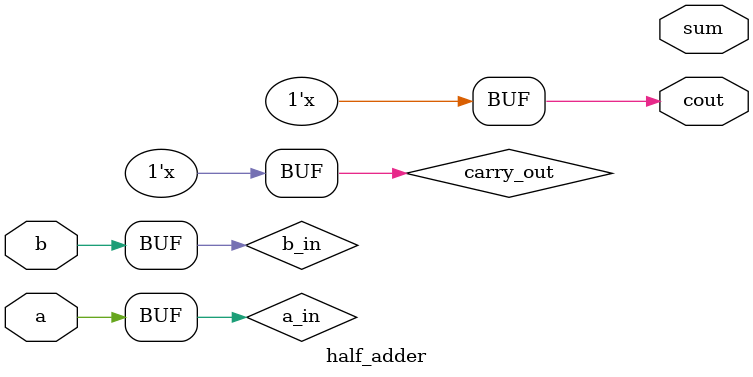
<source format=v>
module half_adder( 
input a, b,
output cout, sum );

wire a_in, b_in, sum_out, carry_out;

assign a_in = a;
assign b_in = b;

assign sum_out = a_in + b_in;
assign carry_out = sum_out[0:1] + sum_out[2:3];

assign cout = sum_out + carry_out;

endmodule

</source>
